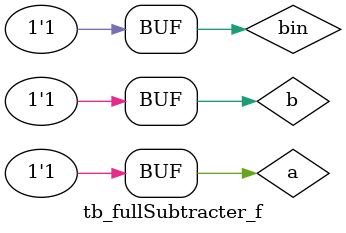
<source format=v>
`timescale 1ns / 1ps


module tb_fullSubtracter_f(

    );
    
    reg a, b, bin;
    wire d, bout;
    
    f_fullSubtracter uut(
        .A(a),
        .B(b),
        .Bin(bin),
        .D(d),
        .Bout(bout)
    );
    
    initial begin
        a = 1'b0; b = 1'b0; bin = 1'b0; #50;
        a = 1'b0; b = 1'b0; bin = 1'b1; #50;
        a = 1'b0; b = 1'b1; bin = 1'b0; #50;
        a = 1'b0; b = 1'b1; bin = 1'b1; #50;
        a = 1'b1; b = 1'b0; bin = 1'b0; #50;
        a = 1'b1; b = 1'b0; bin = 1'b1; #50;
        a = 1'b1; b = 1'b1; bin = 1'b0; #50;
        a = 1'b1; b = 1'b1; bin = 1'b1; #50;        
    end
endmodule

</source>
